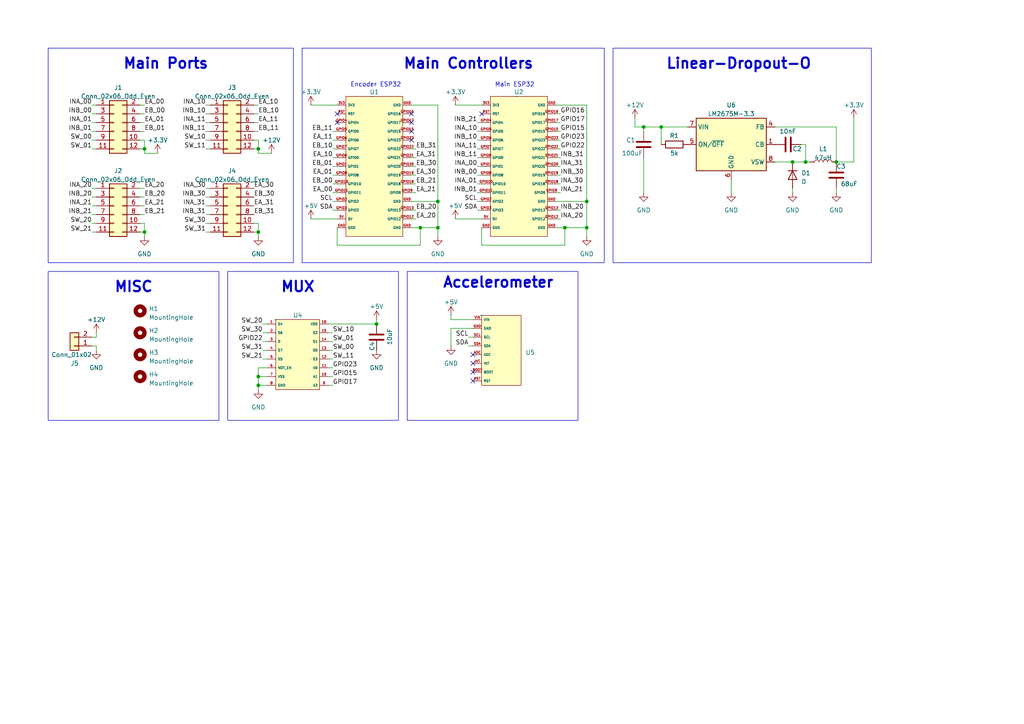
<source format=kicad_sch>
(kicad_sch (version 20230121) (generator eeschema)
  (paper "A4")
  (lib_symbols
    (symbol "Adafruit_ESP32:ESP32-C6"
      (property "Reference" "U" (at 0 2.54 0))
      (symbol "ESP32-C6_0_1"
        (rectangle (start -7.62 0) (end 8.89 -40.64) (fill (type background)))
      )
      (symbol "ESP32-C6_1_1"
        (pin bidirectional line (at -10.16 -2.54 0) (length 2.54) (name "3V3") (number "3V3"))
        (pin bidirectional line (at -10.16 -35.56 0) (length 2.54) (name "5V") (number "5V"))
        (pin bidirectional line (at -10.16 -38.1 0) (length 2.54) (name "GND") (number "GND"))
        (pin bidirectional line (at 11.43 -38.1 180) (length 2.54) (name "GND") (number "GND"))
        (pin bidirectional line (at 11.43 -30.48 180) (length 2.54) (name "GND") (number "GND"))
        (pin bidirectional line (at 11.43 -2.54 180) (length 2.54) (name "GND") (number "GND"))
        (pin bidirectional line (at -10.16 -17.78 0) (length 2.54) (name "GPIO0") (number "GPIO0"))
        (pin bidirectional line (at -10.16 -20.32 0) (length 2.54) (name "GPIO1") (number "GPIO1"))
        (pin bidirectional line (at -10.16 -25.4 0) (length 2.54) (name "GPIO10") (number "GPIO10"))
        (pin bidirectional line (at -10.16 -27.94 0) (length 2.54) (name "GPIO11") (number "GPIO11"))
        (pin bidirectional line (at 11.43 -35.56 180) (length 2.54) (name "GPIO12") (number "GPIO12"))
        (pin bidirectional line (at 11.43 -33.02 180) (length 2.54) (name "GPIO13") (number "GPIO13"))
        (pin bidirectional line (at 11.43 -10.16 180) (length 2.54) (name "GPIO15") (number "GPIO15"))
        (pin bidirectional line (at 11.43 -5.08 180) (length 2.54) (name "GPIO16") (number "GPIO16"))
        (pin bidirectional line (at 11.43 -7.62 180) (length 2.54) (name "GPIO17") (number "GPIO17"))
        (pin bidirectional line (at 11.43 -25.4 180) (length 2.54) (name "GPIO18") (number "GPIO18"))
        (pin bidirectional line (at 11.43 -22.86 180) (length 2.54) (name "GPIO19") (number "GPIO19"))
        (pin bidirectional line (at -10.16 -30.48 0) (length 2.54) (name "GPIO2") (number "GPIO2"))
        (pin bidirectional line (at 11.43 -20.32 180) (length 2.54) (name "GPIO20") (number "GPIO20"))
        (pin bidirectional line (at 11.43 -17.78 180) (length 2.54) (name "GPIO21") (number "GPIO21"))
        (pin bidirectional line (at 11.43 -15.24 180) (length 2.54) (name "GPIO22") (number "GPIO22"))
        (pin bidirectional line (at 11.43 -12.7 180) (length 2.54) (name "GPIO23") (number "GPIO23"))
        (pin bidirectional line (at -10.16 -33.02 0) (length 2.54) (name "GPIO3") (number "GPIO3"))
        (pin bidirectional line (at -10.16 -7.62 0) (length 2.54) (name "GPIO4") (number "GPIO4"))
        (pin bidirectional line (at -10.16 -10.16 0) (length 2.54) (name "GPIO5") (number "GPIO5"))
        (pin bidirectional line (at -10.16 -12.7 0) (length 2.54) (name "GPIO6") (number "GPIO6"))
        (pin bidirectional line (at -10.16 -15.24 0) (length 2.54) (name "GPIO7") (number "GPIO7"))
        (pin bidirectional line (at -10.16 -22.86 0) (length 2.54) (name "GPIO8") (number "GPIO8"))
        (pin bidirectional line (at 11.43 -27.94 180) (length 2.54) (name "GPIO9") (number "GPIO9"))
        (pin bidirectional line (at -10.16 -5.08 0) (length 2.54) (name "RST") (number "RST"))
      )
    )
    (symbol "Adafruit_Files:BNO055"
      (property "Reference" "U" (at 0 2.54 0))
      (symbol "BNO055_0_1"
        (rectangle (start 0 0) (end 11.43 -20.32) (fill (type background)))
      )
      (symbol "BNO055_1_1"
        (pin bidirectional line (at -2.54 -11.43 0) (length 2.54) (name "ADC") (number "ADC"))
        (pin bidirectional line (at -2.54 -16.51 0) (length 2.54) (name "BOOT") (number "BOOT"))
        (pin bidirectional line (at -2.54 -3.81 0) (length 2.54) (name "GND") (number "GND"))
        (pin bidirectional line (at -2.54 -13.97 0) (length 2.54) (name "INT") (number "INT"))
        (pin bidirectional line (at -2.54 -19.05 0) (length 2.54) (name "RST") (number "RST"))
        (pin bidirectional line (at -2.54 -6.35 0) (length 2.54) (name "SCL") (number "SCL"))
        (pin bidirectional line (at -2.54 -8.89 0) (length 2.54) (name "SDA") (number "SDA"))
        (pin bidirectional line (at -2.54 -1.27 0) (length 2.54) (name "VIN") (number "VIN"))
      )
    )
    (symbol "Connector_Generic:Conn_01x02" (pin_names (offset 1.016) hide)
      (property "Reference" "J" (at 0 2.54 0))
      (property "Value" "Conn_01x02" (at 0 -5.08 0))
      (symbol "Conn_01x02_1_1"
        (rectangle (start -1.27 -2.413) (end 0 -2.667) (stroke (width 0.1524)))
        (rectangle (start -1.27 0.127) (end 0 -0.127) (stroke (width 0.1524)))
        (rectangle (start -1.27 1.27) (end 1.27 -3.81) (stroke (width 0.254)) (fill (type background)))
        (pin passive line (at -5.08 0 0) (length 3.81) (name "Pin_1") (number "1"))
        (pin passive line (at -5.08 -2.54 0) (length 3.81) (name "Pin_2") (number "2"))
      )
    )
    (symbol "Connector_Generic:Conn_02x06_Odd_Even" (pin_names (offset 1.016) hide)
      (property "Reference" "J" (at 1.27 7.62 0))
      (property "Value" "Conn_02x06_Odd_Even" (at 1.27 -10.16 0))
      (symbol "Conn_02x06_Odd_Even_1_1"
        (rectangle (start -1.27 -7.493) (end 0 -7.747) (stroke (width 0.1524)))
        (rectangle (start -1.27 -4.953) (end 0 -5.207) (stroke (width 0.1524)))
        (rectangle (start -1.27 -2.413) (end 0 -2.667) (stroke (width 0.1524)))
        (rectangle (start -1.27 0.127) (end 0 -0.127) (stroke (width 0.1524)))
        (rectangle (start -1.27 2.667) (end 0 2.413) (stroke (width 0.1524)))
        (rectangle (start -1.27 5.207) (end 0 4.953) (stroke (width 0.1524)))
        (rectangle (start -1.27 6.35) (end 3.81 -8.89) (stroke (width 0.254)) (fill (type background)))
        (rectangle (start 3.81 -7.493) (end 2.54 -7.747) (stroke (width 0.1524)))
        (rectangle (start 3.81 -4.953) (end 2.54 -5.207) (stroke (width 0.1524)))
        (rectangle (start 3.81 -2.413) (end 2.54 -2.667) (stroke (width 0.1524)))
        (rectangle (start 3.81 0.127) (end 2.54 -0.127) (stroke (width 0.1524)))
        (rectangle (start 3.81 2.667) (end 2.54 2.413) (stroke (width 0.1524)))
        (rectangle (start 3.81 5.207) (end 2.54 4.953) (stroke (width 0.1524)))
        (pin passive line (at -5.08 5.08 0) (length 3.81) (name "Pin_1") (number "1"))
        (pin passive line (at 7.62 -5.08 180) (length 3.81) (name "Pin_10") (number "10"))
        (pin passive line (at -5.08 -7.62 0) (length 3.81) (name "Pin_11") (number "11"))
        (pin passive line (at 7.62 -7.62 180) (length 3.81) (name "Pin_12") (number "12"))
        (pin passive line (at 7.62 5.08 180) (length 3.81) (name "Pin_2") (number "2"))
        (pin passive line (at -5.08 2.54 0) (length 3.81) (name "Pin_3") (number "3"))
        (pin passive line (at 7.62 2.54 180) (length 3.81) (name "Pin_4") (number "4"))
        (pin passive line (at -5.08 0 0) (length 3.81) (name "Pin_5") (number "5"))
        (pin passive line (at 7.62 0 180) (length 3.81) (name "Pin_6") (number "6"))
        (pin passive line (at -5.08 -2.54 0) (length 3.81) (name "Pin_7") (number "7"))
        (pin passive line (at 7.62 -2.54 180) (length 3.81) (name "Pin_8") (number "8"))
        (pin passive line (at -5.08 -5.08 0) (length 3.81) (name "Pin_9") (number "9"))
      )
    )
    (symbol "Device:C" (pin_numbers hide) (pin_names (offset 0.254))
      (property "Reference" "C" (at 0.635 2.54 0))
      (property "Value" "C" (at 0.635 -2.54 0))
      (symbol "C_0_1"
        (polyline (pts (xy -2.032 -0.762) (xy 2.032 -0.762)) (stroke (width 0.508)))
        (polyline (pts (xy -2.032 0.762) (xy 2.032 0.762)) (stroke (width 0.508)))
      )
      (symbol "C_1_1"
        (pin passive line (at 0 3.81 270) (length 2.794) (name "~") (number "1"))
        (pin passive line (at 0 -3.81 90) (length 2.794) (name "~") (number "2"))
      )
    )
    (symbol "Device:D" (pin_numbers hide) (pin_names (offset 1.016) hide)
      (property "Reference" "D" (at 0 2.54 0))
      (property "Value" "D" (at 0 -2.54 0))
      (symbol "D_0_1"
        (polyline (pts (xy -1.27 1.27) (xy -1.27 -1.27)) (stroke (width 0.254)))
        (polyline (pts (xy 1.27 0) (xy -1.27 0)))
        (polyline (pts (xy 1.27 1.27) (xy 1.27 -1.27) (xy -1.27 0) (xy 1.27 1.27)) (stroke (width 0.254)))
      )
      (symbol "D_1_1"
        (pin passive line (at -3.81 0 0) (length 2.54) (name "K") (number "1"))
        (pin passive line (at 3.81 0 180) (length 2.54) (name "A") (number "2"))
      )
    )
    (symbol "Device:L" (pin_numbers hide) (pin_names (offset 1.016) hide)
      (property "Reference" "L" (at -1.27 0 90))
      (property "Value" "L" (at 1.905 0 90))
      (symbol "L_0_1"
        (arc (start 0 -2.54) (mid 0.6323 -1.905) (end 0 -1.27))
        (arc (start 0 -1.27) (mid 0.6323 -0.635) (end 0 0))
        (arc (start 0 0) (mid 0.6323 0.635) (end 0 1.27))
        (arc (start 0 1.27) (mid 0.6323 1.905) (end 0 2.54))
      )
      (symbol "L_1_1"
        (pin passive line (at 0 3.81 270) (length 1.27) (name "1") (number "1"))
        (pin passive line (at 0 -3.81 90) (length 1.27) (name "2") (number "2"))
      )
    )
    (symbol "Device:R" (pin_numbers hide) (pin_names (offset 0))
      (property "Reference" "R" (at 2.032 0 90))
      (property "Value" "R" (at 0 0 90))
      (symbol "R_0_1"
        (rectangle (start -1.016 -2.54) (end 1.016 2.54) (stroke (width 0.254)))
      )
      (symbol "R_1_1"
        (pin passive line (at 0 3.81 270) (length 1.27) (name "~") (number "1"))
        (pin passive line (at 0 -3.81 90) (length 1.27) (name "~") (number "2"))
      )
    )
    (symbol "Mechanical:MountingHole" (pin_names (offset 1.016))
      (property "Reference" "H" (at 0 5.08 0))
      (property "Value" "MountingHole" (at 0 3.175 0))
      (symbol "MountingHole_0_1"
        (circle (center 0 0) (radius 1.27) (stroke (width 1.27)))
      )
    )
    (symbol "Misc:TMUX4051PWR"
      (property "Reference" "U" (at 0 1.27 0))
      (symbol "TMUX4051PWR_0_1"
        (rectangle (start 0 0) (end 12.7 -20.32) (fill (type background)))
        (rectangle (start 10.16 -11.43) (end 10.16 -11.43))
      )
      (symbol "TMUX4051PWR_1_1"
        (pin bidirectional line (at -2.54 -1.27 0) (length 2.54) (name "S4") (number "1"))
        (pin bidirectional line (at 15.24 -16.51 180) (length 2.54) (name "A1") (number "10"))
        (pin bidirectional line (at 15.24 -13.97 180) (length 2.54) (name "A0") (number "11"))
        (pin bidirectional line (at 15.24 -11.43 180) (length 2.54) (name "S3") (number "12"))
        (pin bidirectional line (at 15.24 -8.89 180) (length 2.54) (name "S0") (number "13"))
        (pin bidirectional line (at 15.24 -6.35 180) (length 2.54) (name "S1") (number "14"))
        (pin bidirectional line (at 15.24 -3.81 180) (length 2.54) (name "S2") (number "15"))
        (pin bidirectional line (at 15.24 -1.27 180) (length 2.54) (name "VDD") (number "16"))
        (pin bidirectional line (at -2.54 -3.81 0) (length 2.54) (name "S6") (number "2"))
        (pin bidirectional line (at -2.54 -6.35 0) (length 2.54) (name "D") (number "3"))
        (pin bidirectional line (at -2.54 -8.89 0) (length 2.54) (name "S7") (number "4"))
        (pin bidirectional line (at -2.54 -11.43 0) (length 2.54) (name "S5") (number "5"))
        (pin bidirectional line (at -2.54 -13.97 0) (length 2.54) (name "NOT_EN") (number "6"))
        (pin bidirectional line (at -2.54 -16.51 0) (length 2.54) (name "VSS") (number "7"))
        (pin bidirectional line (at -2.54 -19.05 0) (length 2.54) (name "GND") (number "8"))
        (pin bidirectional line (at 15.24 -19.05 180) (length 2.54) (name "A2") (number "9"))
      )
    )
    (symbol "Regulator_Switching:LM2675M-3.3"
      (property "Reference" "U" (at -10.16 8.89 0))
      (property "Value" "LM2675M-3.3" (at 0 8.89 0))
      (symbol "LM2675M-3.3_0_1"
        (rectangle (start -10.16 7.62) (end 10.16 -7.62) (stroke (width 0.254)) (fill (type background)))
      )
      (symbol "LM2675M-3.3_1_1"
        (pin input line (at 12.7 0 180) (length 2.54) (name "CB") (number "1"))
        (pin no_connect line (at -10.16 -2.54 0) (length 2.54) hide (name "NC") (number "2"))
        (pin no_connect line (at -10.16 -5.08 0) (length 2.54) hide (name "NC") (number "3"))
        (pin input line (at 12.7 5.08 180) (length 2.54) (name "FB") (number "4"))
        (pin input line (at -12.7 0 0) (length 2.54) (name "ON/~{OFF}") (number "5"))
        (pin power_in line (at 0 -10.16 90) (length 2.54) (name "GND") (number "6"))
        (pin power_in line (at -12.7 5.08 0) (length 2.54) (name "VIN") (number "7"))
        (pin output line (at 12.7 -5.08 180) (length 2.54) (name "VSW") (number "8"))
      )
    )
    (symbol "power:+12V" (power) (pin_names (offset 0))
      (property "Value" "+12V" (at 0 3.556 0))
      (symbol "+12V_0_1"
        (polyline (pts (xy -0.762 1.27) (xy 0 2.54)))
        (polyline (pts (xy 0 0) (xy 0 2.54)))
        (polyline (pts (xy 0 2.54) (xy 0.762 1.27)))
      )
      (symbol "+12V_1_1"
        (pin power_in line (at 0 0 90) (length 0) hide (name "+12V") (number "1"))
      )
    )
    (symbol "power:+3.3V" (power) (pin_names (offset 0))
      (property "Value" "+3.3V" (at 0 3.556 0))
      (symbol "+3.3V_0_1"
        (polyline (pts (xy -0.762 1.27) (xy 0 2.54)))
        (polyline (pts (xy 0 0) (xy 0 2.54)))
        (polyline (pts (xy 0 2.54) (xy 0.762 1.27)))
      )
      (symbol "+3.3V_1_1"
        (pin power_in line (at 0 0 90) (length 0) hide (name "+3.3V") (number "1"))
      )
    )
    (symbol "power:+5V" (power) (pin_names (offset 0))
      (property "Value" "+5V" (at 0 3.556 0))
      (symbol "+5V_0_1"
        (polyline (pts (xy -0.762 1.27) (xy 0 2.54)))
        (polyline (pts (xy 0 0) (xy 0 2.54)))
        (polyline (pts (xy 0 2.54) (xy 0.762 1.27)))
      )
      (symbol "+5V_1_1"
        (pin power_in line (at 0 0 90) (length 0) hide (name "+5V") (number "1"))
      )
    )
    (symbol "power:GND" (power) (pin_names (offset 0))
      (property "Value" "GND" (at 0 -3.81 0))
      (symbol "GND_0_1"
        (polyline (pts (xy 0 0) (xy 0 -1.27) (xy 1.27 -1.27) (xy 0 -2.54) (xy -1.27 -1.27) (xy 0 -1.27)))
      )
      (symbol "GND_1_1"
        (pin power_in line (at 0 0 270) (length 0) hide (name "GND") (number "1"))
      )
    )
  )
  (junction (at 74.93 43.18))
  (junction (at 41.91 67.31))
  (junction (at 170.18 66.04))
  (junction (at 233.68 46.99))
  (junction (at 127 66.04))
  (junction (at 229.87 46.99))
  (junction (at 41.91 43.18))
  (junction (at 191.77 36.83))
  (junction (at 170.18 58.42))
  (junction (at 186.69 36.83))
  (junction (at 242.57 46.99))
  (junction (at 109.22 93.98))
  (junction (at 121.92 66.04))
  (junction (at 74.93 67.31))
  (junction (at 127 58.42))
  (junction (at 74.93 109.22))
  (junction (at 163.83 66.04))
  (junction (at 74.93 111.76))
  (no_connect (at 97.79 33.02))
  (no_connect (at 137.16 102.87))
  (no_connect (at 137.16 110.49))
  (no_connect (at 139.7 33.02))
  (no_connect (at 137.16 105.41))
  (no_connect (at 119.38 38.1))
  (no_connect (at 119.38 33.02))
  (no_connect (at 97.79 35.56))
  (no_connect (at 137.16 107.95))
  (no_connect (at 119.38 35.56))
  (no_connect (at 119.38 40.64))
  (wire (pts (xy 73.66 43.18) (xy 74.93 43.18)))
  (wire (pts (xy 127 68.58) (xy 127 66.04)))
  (wire (pts (xy 163.83 66.04) (xy 170.18 66.04)))
  (wire (pts (xy 139.7 71.12) (xy 163.83 71.12)))
  (wire (pts (xy 97.79 71.12) (xy 121.92 71.12)))
  (wire (pts (xy 191.77 36.83) (xy 199.39 36.83)))
  (wire (pts (xy 138.43 38.1) (xy 139.7 38.1)))
  (wire (pts (xy 96.52 38.1) (xy 97.79 38.1)))
  (wire (pts (xy 138.43 53.34) (xy 139.7 53.34)))
  (wire (pts (xy 138.43 55.88) (xy 139.7 55.88)))
  (wire (pts (xy 96.52 96.52) (xy 95.25 96.52)))
  (wire (pts (xy 138.43 48.26) (xy 139.7 48.26)))
  (wire (pts (xy 162.56 33.02) (xy 161.29 33.02)))
  (wire (pts (xy 247.65 46.99) (xy 242.57 46.99)))
  (wire (pts (xy 161.29 66.04) (xy 163.83 66.04)))
  (wire (pts (xy 138.43 43.18) (xy 139.7 43.18)))
  (wire (pts (xy 120.65 60.96) (xy 119.38 60.96)))
  (wire (pts (xy 74.93 35.56) (xy 73.66 35.56)))
  (wire (pts (xy 96.52 109.22) (xy 95.25 109.22)))
  (wire (pts (xy 127 66.04) (xy 127 58.42)))
  (wire (pts (xy 138.43 35.56) (xy 139.7 35.56)))
  (wire (pts (xy 96.52 99.06) (xy 95.25 99.06)))
  (wire (pts (xy 74.93 40.64) (xy 74.93 43.18)))
  (wire (pts (xy 232.41 41.91) (xy 233.68 41.91)))
  (wire (pts (xy 120.65 45.72) (xy 119.38 45.72)))
  (wire (pts (xy 41.91 59.69) (xy 40.64 59.69)))
  (wire (pts (xy 26.67 54.61) (xy 27.94 54.61)))
  (wire (pts (xy 96.52 48.26) (xy 97.79 48.26)))
  (wire (pts (xy 73.66 64.77) (xy 74.93 64.77)))
  (wire (pts (xy 109.22 92.71) (xy 109.22 93.98)))
  (wire (pts (xy 26.67 59.69) (xy 27.94 59.69)))
  (wire (pts (xy 162.56 60.96) (xy 161.29 60.96)))
  (wire (pts (xy 191.77 36.83) (xy 191.77 41.91)))
  (wire (pts (xy 59.69 38.1) (xy 60.96 38.1)))
  (wire (pts (xy 41.91 44.45) (xy 41.91 43.18)))
  (wire (pts (xy 59.69 54.61) (xy 60.96 54.61)))
  (wire (pts (xy 90.17 63.5) (xy 97.79 63.5)))
  (wire (pts (xy 26.67 67.31) (xy 27.94 67.31)))
  (wire (pts (xy 224.79 46.99) (xy 229.87 46.99)))
  (wire (pts (xy 135.89 97.79) (xy 137.16 97.79)))
  (wire (pts (xy 229.87 55.88) (xy 229.87 54.61)))
  (wire (pts (xy 224.79 36.83) (xy 242.57 36.83)))
  (wire (pts (xy 74.93 109.22) (xy 77.47 109.22)))
  (wire (pts (xy 119.38 66.04) (xy 121.92 66.04)))
  (wire (pts (xy 26.67 64.77) (xy 27.94 64.77)))
  (wire (pts (xy 242.57 46.99) (xy 242.57 36.83)))
  (wire (pts (xy 162.56 48.26) (xy 161.29 48.26)))
  (wire (pts (xy 162.56 63.5) (xy 161.29 63.5)))
  (wire (pts (xy 41.91 43.18) (xy 40.64 43.18)))
  (wire (pts (xy 120.65 48.26) (xy 119.38 48.26)))
  (wire (pts (xy 41.91 64.77) (xy 40.64 64.77)))
  (wire (pts (xy 96.52 45.72) (xy 97.79 45.72)))
  (wire (pts (xy 186.69 55.88) (xy 186.69 45.72)))
  (wire (pts (xy 26.67 43.18) (xy 27.94 43.18)))
  (wire (pts (xy 97.79 66.04) (xy 97.79 71.12)))
  (wire (pts (xy 162.56 45.72) (xy 161.29 45.72)))
  (wire (pts (xy 27.94 97.79) (xy 27.94 96.52)))
  (wire (pts (xy 161.29 58.42) (xy 170.18 58.42)))
  (wire (pts (xy 184.15 36.83) (xy 184.15 34.29)))
  (wire (pts (xy 229.87 46.99) (xy 233.68 46.99)))
  (wire (pts (xy 96.52 106.68) (xy 95.25 106.68)))
  (wire (pts (xy 74.93 30.48) (xy 73.66 30.48)))
  (wire (pts (xy 162.56 40.64) (xy 161.29 40.64)))
  (wire (pts (xy 138.43 45.72) (xy 139.7 45.72)))
  (wire (pts (xy 26.67 38.1) (xy 27.94 38.1)))
  (wire (pts (xy 163.83 71.12) (xy 163.83 66.04)))
  (wire (pts (xy 74.93 40.64) (xy 73.66 40.64)))
  (wire (pts (xy 233.68 46.99) (xy 234.95 46.99)))
  (wire (pts (xy 120.65 50.8) (xy 119.38 50.8)))
  (wire (pts (xy 95.25 93.98) (xy 109.22 93.98)))
  (wire (pts (xy 162.56 53.34) (xy 161.29 53.34)))
  (wire (pts (xy 137.16 92.71) (xy 130.81 92.71)))
  (wire (pts (xy 59.69 64.77) (xy 60.96 64.77)))
  (wire (pts (xy 74.93 44.45) (xy 74.93 43.18)))
  (wire (pts (xy 96.52 50.8) (xy 97.79 50.8)))
  (wire (pts (xy 162.56 35.56) (xy 161.29 35.56)))
  (wire (pts (xy 127 58.42) (xy 127 30.48)))
  (wire (pts (xy 41.91 33.02) (xy 40.64 33.02)))
  (wire (pts (xy 135.89 100.33) (xy 137.16 100.33)))
  (wire (pts (xy 41.91 30.48) (xy 40.64 30.48)))
  (wire (pts (xy 186.69 36.83) (xy 186.69 38.1)))
  (wire (pts (xy 90.17 30.48) (xy 97.79 30.48)))
  (wire (pts (xy 41.91 35.56) (xy 40.64 35.56)))
  (wire (pts (xy 26.67 40.64) (xy 27.94 40.64)))
  (wire (pts (xy 59.69 59.69) (xy 60.96 59.69)))
  (wire (pts (xy 120.65 55.88) (xy 119.38 55.88)))
  (wire (pts (xy 212.09 55.88) (xy 212.09 52.07)))
  (wire (pts (xy 59.69 33.02) (xy 60.96 33.02)))
  (wire (pts (xy 186.69 36.83) (xy 191.77 36.83)))
  (wire (pts (xy 41.91 57.15) (xy 40.64 57.15)))
  (wire (pts (xy 139.7 66.04) (xy 139.7 71.12)))
  (wire (pts (xy 26.67 33.02) (xy 27.94 33.02)))
  (wire (pts (xy 26.67 35.56) (xy 27.94 35.56)))
  (wire (pts (xy 77.47 106.68) (xy 74.93 106.68)))
  (wire (pts (xy 76.2 96.52) (xy 77.47 96.52)))
  (wire (pts (xy 78.74 44.45) (xy 74.93 44.45)))
  (wire (pts (xy 59.69 30.48) (xy 60.96 30.48)))
  (wire (pts (xy 26.67 30.48) (xy 27.94 30.48)))
  (wire (pts (xy 96.52 101.6) (xy 95.25 101.6)))
  (wire (pts (xy 41.91 64.77) (xy 41.91 67.31)))
  (wire (pts (xy 59.69 67.31) (xy 60.96 67.31)))
  (wire (pts (xy 170.18 66.04) (xy 170.18 58.42)))
  (wire (pts (xy 170.18 58.42) (xy 170.18 30.48)))
  (wire (pts (xy 26.67 62.23) (xy 27.94 62.23)))
  (wire (pts (xy 130.81 92.71) (xy 130.81 91.44)))
  (wire (pts (xy 121.92 66.04) (xy 127 66.04)))
  (wire (pts (xy 96.52 60.96) (xy 97.79 60.96)))
  (wire (pts (xy 138.43 60.96) (xy 139.7 60.96)))
  (wire (pts (xy 41.91 62.23) (xy 40.64 62.23)))
  (wire (pts (xy 233.68 41.91) (xy 233.68 46.99)))
  (wire (pts (xy 59.69 57.15) (xy 60.96 57.15)))
  (wire (pts (xy 184.15 36.83) (xy 186.69 36.83)))
  (wire (pts (xy 120.65 43.18) (xy 119.38 43.18)))
  (wire (pts (xy 74.93 68.58) (xy 74.93 67.31)))
  (wire (pts (xy 120.65 53.34) (xy 119.38 53.34)))
  (wire (pts (xy 162.56 43.18) (xy 161.29 43.18)))
  (wire (pts (xy 138.43 40.64) (xy 139.7 40.64)))
  (wire (pts (xy 45.72 44.45) (xy 41.91 44.45)))
  (wire (pts (xy 76.2 101.6) (xy 77.47 101.6)))
  (wire (pts (xy 59.69 40.64) (xy 60.96 40.64)))
  (wire (pts (xy 76.2 93.98) (xy 77.47 93.98)))
  (wire (pts (xy 41.91 68.58) (xy 41.91 67.31)))
  (wire (pts (xy 130.81 95.25) (xy 130.81 100.33)))
  (wire (pts (xy 96.52 40.64) (xy 97.79 40.64)))
  (wire (pts (xy 26.67 100.33) (xy 27.94 100.33)))
  (wire (pts (xy 74.93 113.03) (xy 74.93 111.76)))
  (wire (pts (xy 162.56 55.88) (xy 161.29 55.88)))
  (wire (pts (xy 242.57 55.88) (xy 242.57 54.61)))
  (wire (pts (xy 74.93 106.68) (xy 74.93 109.22)))
  (wire (pts (xy 162.56 50.8) (xy 161.29 50.8)))
  (wire (pts (xy 59.69 43.18) (xy 60.96 43.18)))
  (wire (pts (xy 132.08 30.48) (xy 139.7 30.48)))
  (wire (pts (xy 76.2 99.06) (xy 77.47 99.06)))
  (wire (pts (xy 96.52 43.18) (xy 97.79 43.18)))
  (wire (pts (xy 74.93 111.76) (xy 77.47 111.76)))
  (wire (pts (xy 96.52 58.42) (xy 97.79 58.42)))
  (wire (pts (xy 137.16 95.25) (xy 130.81 95.25)))
  (wire (pts (xy 41.91 40.64) (xy 40.64 40.64)))
  (wire (pts (xy 26.67 57.15) (xy 27.94 57.15)))
  (wire (pts (xy 41.91 40.64) (xy 41.91 43.18)))
  (wire (pts (xy 41.91 54.61) (xy 40.64 54.61)))
  (wire (pts (xy 127 30.48) (xy 119.38 30.48)))
  (wire (pts (xy 59.69 62.23) (xy 60.96 62.23)))
  (wire (pts (xy 74.93 109.22) (xy 74.93 111.76)))
  (wire (pts (xy 170.18 30.48) (xy 161.29 30.48)))
  (wire (pts (xy 120.65 63.5) (xy 119.38 63.5)))
  (wire (pts (xy 41.91 38.1) (xy 40.64 38.1)))
  (wire (pts (xy 41.91 67.31) (xy 40.64 67.31)))
  (wire (pts (xy 74.93 38.1) (xy 73.66 38.1)))
  (wire (pts (xy 247.65 34.29) (xy 247.65 46.99)))
  (wire (pts (xy 132.08 63.5) (xy 139.7 63.5)))
  (wire (pts (xy 76.2 104.14) (xy 77.47 104.14)))
  (wire (pts (xy 170.18 68.58) (xy 170.18 66.04)))
  (wire (pts (xy 96.52 55.88) (xy 97.79 55.88)))
  (wire (pts (xy 121.92 71.12) (xy 121.92 66.04)))
  (wire (pts (xy 96.52 53.34) (xy 97.79 53.34)))
  (wire (pts (xy 138.43 58.42) (xy 139.7 58.42)))
  (wire (pts (xy 138.43 50.8) (xy 139.7 50.8)))
  (wire (pts (xy 73.66 67.31) (xy 74.93 67.31)))
  (wire (pts (xy 74.93 64.77) (xy 74.93 67.31)))
  (wire (pts (xy 96.52 104.14) (xy 95.25 104.14)))
  (wire (pts (xy 26.67 97.79) (xy 27.94 97.79)))
  (wire (pts (xy 162.56 38.1) (xy 161.29 38.1)))
  (wire (pts (xy 59.69 35.56) (xy 60.96 35.56)))
  (wire (pts (xy 96.52 111.76) (xy 95.25 111.76)))
  (wire (pts (xy 74.93 33.02) (xy 73.66 33.02)))
  (wire (pts (xy 119.38 58.42) (xy 127 58.42)))
  (wire (pts (xy 27.94 100.33) (xy 27.94 101.6)))
  (rectangle (start 66.04 78.74) (end 115.57 121.92))
  (rectangle (start 177.8 13.97) (end 252.73 76.2))
  (rectangle (start 13.97 78.74) (end 63.5 121.92))
  (rectangle (start 87.63 13.97) (end 175.26 76.2))
  (rectangle (start 13.97 13.97) (end 85.09 76.2))
  (rectangle (start 118.11 78.74) (end 167.64 121.92))
  (text "Linear-Dropout-O" (at 193.04 20.32 0) (effects (font (size 3 3) (thickness 0.6) bold) (justify left bottom)))
  (text "MISC" (at 33.02 85.09 0) (effects (font (size 3 3) (thickness 0.6) bold) (justify left bottom)))
  (text "Main Controllers\n" (at 116.84 20.32 0) (effects (font (size 3 3) (thickness 0.6) bold) (justify left bottom)))
  (text "MUX\n" (at 81.28 85.09 0) (effects (font (size 3 3) (thickness 0.6) bold) (justify left bottom)))
  (text "Accelerometer\n" (at 128.27 83.82 0) (effects (font (size 3 3) (thickness 0.6) bold) (justify left bottom)))
  (text "Encoder ESP32" (at 101.6 25.4 0) (effects (font (size 1.27 1.27)) (justify left bottom)))
  (text "Main ESP32" (at 143.51 25.4 0) (effects (font (size 1.27 1.27)) (justify left bottom)))
  (text "Main Ports\n" (at 35.56 20.32 0) (effects (font (size 3 3) (thickness 0.6) bold) (justify left bottom)))
  (label "SW_30" (at 59.69 64.77 180))
  (label "INA_01" (at 26.67 35.56 180))
  (label "EA_20" (at 120.65 63.5 0))
  (label "SW_00" (at 26.67 40.64 180))
  (label "EA_00" (at 41.91 30.48 0))
  (label "GPIO22" (at 162.56 43.18 0))
  (label "INB_31" (at 162.56 45.72 0))
  (label "EA_01" (at 41.91 35.56 0))
  (label "EB_10" (at 74.93 33.02 0))
  (label "INB_00" (at 138.43 50.8 180))
  (label "SCL" (at 96.52 58.42 180))
  (label "SW_01" (at 96.52 99.06 0))
  (label "SCL" (at 135.89 97.79 180))
  (label "INB_21" (at 26.67 62.23 180))
  (label "EA_21" (at 120.65 55.88 0))
  (label "EB_11" (at 96.52 38.1 180))
  (label "EA_31" (at 73.66 59.69 0))
  (label "INB_10" (at 138.43 40.64 180))
  (label "EB_00" (at 41.91 33.02 0))
  (label "EA_30" (at 73.66 54.61 0))
  (label "INA_00" (at 26.67 30.48 180))
  (label "INB_10" (at 59.69 33.02 180))
  (label "GPIO15" (at 162.56 38.1 0))
  (label "SDA" (at 96.52 60.96 180))
  (label "SW_31" (at 76.2 101.6 180))
  (label "GPIO17" (at 96.52 111.76 0))
  (label "EB_20" (at 41.91 57.15 0))
  (label "GPIO15" (at 96.52 109.22 0))
  (label "INA_10" (at 138.43 38.1 180))
  (label "EB_31" (at 73.66 62.23 0))
  (label "INB_20" (at 162.56 60.96 0))
  (label "GPIO23" (at 162.56 40.64 0))
  (label "SW_30" (at 76.2 96.52 180))
  (label "INA_11" (at 138.43 43.18 180))
  (label "INB_21" (at 138.43 35.56 180))
  (label "INB_30" (at 162.56 50.8 0))
  (label "INB_11" (at 138.43 45.72 180))
  (label "SDA" (at 135.89 100.33 180))
  (label "EA_30" (at 120.65 50.8 0))
  (label "INB_00" (at 26.67 33.02 180))
  (label "INA_31" (at 162.56 48.26 0))
  (label "EA_10" (at 96.52 45.72 180))
  (label "EA_21" (at 41.91 59.69 0))
  (label "SDA" (at 138.43 60.96 180))
  (label "INA_31" (at 59.69 59.69 180))
  (label "INA_00" (at 138.43 48.26 180))
  (label "INB_20" (at 26.67 57.15 180))
  (label "SW_11" (at 96.52 104.14 0))
  (label "SW_10" (at 96.52 96.52 0))
  (label "SW_31" (at 59.69 67.31 180))
  (label "EB_21" (at 41.91 62.23 0))
  (label "EA_11" (at 96.52 40.64 180))
  (label "INB_01" (at 138.43 55.88 180))
  (label "EB_31" (at 120.65 43.18 0))
  (label "EB_01" (at 41.91 38.1 0))
  (label "SW_20" (at 76.2 93.98 180))
  (label "INA_30" (at 59.69 54.61 180))
  (label "SW_21" (at 26.67 67.31 180))
  (label "SW_20" (at 26.67 64.77 180))
  (label "SW_10" (at 59.69 40.64 180))
  (label "EA_01" (at 96.52 50.8 180))
  (label "INA_21" (at 26.67 59.69 180))
  (label "EA_20" (at 41.91 54.61 0))
  (label "GPIO17" (at 162.56 35.56 0))
  (label "EA_10" (at 74.93 30.48 0))
  (label "INB_31" (at 59.69 62.23 180))
  (label "INB_11" (at 59.69 38.1 180))
  (label "INB_30" (at 59.69 57.15 180))
  (label "INA_20" (at 162.56 63.5 0))
  (label "EB_20" (at 120.65 60.96 0))
  (label "EB_11" (at 74.93 38.1 0))
  (label "EA_00" (at 96.52 55.88 180))
  (label "SW_11" (at 59.69 43.18 180))
  (label "EB_30" (at 120.65 48.26 0))
  (label "GPIO16" (at 162.56 33.02 0))
  (label "GPIO23" (at 96.52 106.68 0))
  (label "EB_30" (at 73.66 57.15 0))
  (label "EB_10" (at 96.52 43.18 180))
  (label "EA_31" (at 120.65 45.72 0))
  (label "INA_01" (at 138.43 53.34 180))
  (label "SW_21" (at 76.2 104.14 180))
  (label "GPIO22" (at 76.2 99.06 180))
  (label "INA_30" (at 162.56 53.34 0))
  (label "INA_20" (at 26.67 54.61 180))
  (label "INA_10" (at 59.69 30.48 180))
  (label "INA_11" (at 59.69 35.56 180))
  (label "EB_01" (at 96.52 48.26 180))
  (label "SW_01" (at 26.67 43.18 180))
  (label "EA_11" (at 74.93 35.56 0))
  (label "INB_01" (at 26.67 38.1 180))
  (label "INA_21" (at 162.56 55.88 0))
  (label "EB_21" (at 120.65 53.34 0))
  (label "EB_00" (at 96.52 53.34 180))
  (label "SCL" (at 138.43 58.42 180))
  (label "SW_00" (at 96.52 101.6 0))
  (symbol (lib_id "power:+5V") (at 132.08 63.5 0) (unit 1)
    (property "Reference" "#PWR016" (effects hide))
    (property "Value" "+5V" (at 132.08 59.69 0))
  )
  (symbol (lib_id "power:GND") (at 109.22 101.6 0) (unit 1)
    (property "Reference" "#PWR020" (effects hide))
    (property "Value" "GND" (at 109.22 106.68 0))
  )
  (symbol (lib_id "power:GND") (at 27.94 101.6 0) (unit 1)
    (property "Reference" "#PWR04" (effects hide))
    (property "Value" "GND" (at 27.94 106.68 0))
  )
  (symbol (lib_id "Device:R") (at 195.58 41.91 90) (unit 1)
    (property "Reference" "R1" (at 195.58 39.37 90))
    (property "Value" "5k" (at 195.58 44.45 90))
    (property "Footprint" "Resistor_SMD:R_0805_2012Metric" (effects hide))
  )
  (symbol (lib_id "power:+5V") (at 130.81 91.44 0) (unit 1)
    (property "Reference" "#PWR023" (effects hide))
    (property "Value" "+5V" (at 130.81 87.63 0))
  )
  (symbol (lib_id "Connector_Generic:Conn_02x06_Odd_Even") (at 33.02 35.56 0) (unit 1)
    (property "Reference" "J1" (at 34.29 25.4 0))
    (property "Value" "Conn_02x06_Odd_Even" (at 34.29 27.94 0))
    (property "Footprint" "Connector_PinHeader_2.54mm:PinHeader_2x06_P2.54mm_Vertical" (effects hide))
  )
  (symbol (lib_id "Device:D") (at 229.87 50.8 270) (unit 1)
    (property "Reference" "D1" (at 232.41 50.165 90) (effects (justify left)))
    (property "Value" "D" (at 232.41 52.705 90) (effects (justify left)))
    (property "Footprint" "Diode_SMD:D_0805_2012Metric" (effects hide))
    (property "Sim.Device" "D" (effects hide))
    (property "Sim.Pins" "1=K 2=A" (effects hide))
  )
  (symbol (lib_id "power:GND") (at 229.87 55.88 0) (unit 1)
    (property "Reference" "#PWR011" (effects hide))
    (property "Value" "GND" (at 229.87 60.96 0))
  )
  (symbol (lib_id "power:GND") (at 186.69 55.88 0) (unit 1)
    (property "Reference" "#PWR08" (effects hide))
    (property "Value" "GND" (at 186.69 60.96 0))
  )
  (symbol (lib_id "Device:C") (at 228.6 41.91 270) (unit 1)
    (property "Reference" "C2" (at 229.87 43.18 90) (effects (justify left)))
    (property "Value" "10nF" (at 226.06 38.1 90) (effects (justify left)))
    (property "Footprint" "Capacitor_SMD:C_0805_2012Metric" (effects hide))
  )
  (symbol (lib_id "Mechanical:MountingHole") (at 40.64 90.17 0) (unit 1)
    (property "Reference" "H1" (at 43.18 89.535 0) (effects (justify left)))
    (property "Value" "MountingHole" (at 43.18 92.075 0) (effects (justify left)))
    (property "Footprint" "MountingHole:MountingHole_3.2mm_M3" (effects hide))
  )
  (symbol (lib_id "power:GND") (at 212.09 55.88 0) (unit 1)
    (property "Reference" "#PWR09" (effects hide))
    (property "Value" "GND" (at 212.09 60.96 0))
  )
  (symbol (lib_id "power:GND") (at 41.91 68.58 0) (unit 1)
    (property "Reference" "#PWR01" (effects hide))
    (property "Value" "GND" (at 41.91 73.66 0))
  )
  (symbol (lib_id "power:+12V") (at 78.74 44.45 0) (unit 1)
    (property "Reference" "#PWR05" (effects hide))
    (property "Value" "+12V" (at 78.74 40.64 0))
  )
  (symbol (lib_id "Device:L") (at 238.76 46.99 90) (unit 1)
    (property "Reference" "L1" (at 238.76 43.18 90))
    (property "Value" "47uH" (at 238.76 45.72 90))
    (property "Footprint" "Inductor_SMD:L_0805_2012Metric" (effects hide))
  )
  (symbol (lib_id "power:+12V") (at 184.15 34.29 0) (unit 1)
    (property "Reference" "#PWR07" (effects hide))
    (property "Value" "+12V" (at 184.15 30.48 0))
  )
  (symbol (lib_id "power:GND") (at 130.81 100.33 0) (unit 1)
    (property "Reference" "#PWR022" (effects hide))
    (property "Value" "GND" (at 130.81 105.41 0))
  )
  (symbol (lib_id "power:+5V") (at 109.22 92.71 0) (unit 1)
    (property "Reference" "#PWR021" (effects hide))
    (property "Value" "+5V" (at 109.22 88.9 0))
  )
  (symbol (lib_id "Mechanical:MountingHole") (at 40.64 109.22 0) (unit 1)
    (property "Reference" "H4" (at 43.18 108.585 0) (effects (justify left)))
    (property "Value" "MountingHole" (at 43.18 111.125 0) (effects (justify left)))
    (property "Footprint" "MountingHole:MountingHole_3.2mm_M3" (effects hide))
  )
  (symbol (lib_id "Adafruit_ESP32:ESP32-C6") (at 149.86 27.94 0) (unit 1)
    (property "Reference" "U2" (at 150.495 26.67 0))
    (property "Value" "~" (at 149.86 27.94 0))
    (property "Footprint" "Adafruit ESPs:ESP32-C6" (effects hide))
  )
  (symbol (lib_id "power:GND") (at 170.18 68.58 0) (unit 1)
    (property "Reference" "#PWR013" (effects hide))
    (property "Value" "GND" (at 170.18 73.66 0))
  )
  (symbol (lib_id "power:GND") (at 74.93 113.03 0) (unit 1)
    (property "Reference" "#PWR019" (effects hide))
    (property "Value" "GND" (at 74.93 118.11 0))
  )
  (symbol (lib_id "Connector_Generic:Conn_01x02") (at 21.59 100.33 180) (unit 1)
    (property "Reference" "J5" (at 22.86 105.41 0) (effects (justify left)))
    (property "Value" "Conn_01x02" (at 26.67 102.87 0) (effects (justify left)))
    (property "Footprint" "Connector_PinHeader_2.54mm:PinHeader_1x02_P2.54mm_Vertical" (effects hide))
  )
  (symbol (lib_id "Connector_Generic:Conn_02x06_Odd_Even") (at 66.04 35.56 0) (unit 1)
    (property "Reference" "J3" (at 67.31 25.4 0))
    (property "Value" "Conn_02x06_Odd_Even" (at 67.31 27.94 0))
    (property "Footprint" "Connector_PinHeader_2.54mm:PinHeader_2x06_P2.54mm_Vertical" (effects hide))
  )
  (symbol (lib_id "Adafruit_ESP32:ESP32-C6") (at 107.95 27.94 0) (unit 1)
    (property "Reference" "U1" (at 108.585 26.67 0))
    (property "Value" "~" (at 107.95 27.94 0))
    (property "Footprint" "Adafruit ESPs:ESP32-C6" (effects hide))
  )
  (symbol (lib_id "Adafruit_Files:BNO055") (at 139.7 91.44 0) (unit 1)
    (property "Reference" "U5" (at 152.4 102.235 0) (effects (justify left)))
    (property "Value" "~" (at 139.7 91.44 0))
    (property "Footprint" "Adafruit_Sensors:BNO055" (effects hide))
  )
  (symbol (lib_id "Device:C") (at 186.69 41.91 0) (unit 1)
    (property "Reference" "C1" (at 181.61 40.64 0) (effects (justify left)))
    (property "Value" "100uF" (at 180.34 44.45 0) (effects (justify left)))
    (property "Footprint" "Capacitor_SMD:C_0805_2012Metric" (effects hide))
  )
  (symbol (lib_id "power:+3.3V") (at 45.72 44.45 0) (unit 1)
    (property "Reference" "#PWR02" (effects hide))
    (property "Value" "+3.3V" (at 45.72 40.64 0))
  )
  (symbol (lib_id "power:GND") (at 242.57 55.88 0) (unit 1)
    (property "Reference" "#PWR010" (effects hide))
    (property "Value" "GND" (at 242.57 60.96 0))
  )
  (symbol (lib_id "Regulator_Switching:LM2675M-3.3") (at 212.09 41.91 0) (unit 1)
    (property "Reference" "U6" (at 212.09 30.48 0))
    (property "Value" "LM2675M-3.3" (at 212.09 33.02 0))
    (property "Footprint" "Package_SO:SOIC-8_3.9x4.9mm_P1.27mm" (effects hide))
    (property "Datasheet" "http://www.ti.com/lit/ds/symlink/lm2675.pdf" (effects hide))
  )
  (symbol (lib_id "Device:C") (at 242.57 50.8 0) (unit 1)
    (property "Reference" "C3" (at 242.57 48.26 0) (effects (justify left)))
    (property "Value" "68uF" (at 243.84 53.34 0) (effects (justify left)))
    (property "Footprint" "Capacitor_SMD:C_0805_2012Metric" (effects hide))
  )
  (symbol (lib_id "Connector_Generic:Conn_02x06_Odd_Even") (at 33.02 59.69 0) (unit 1)
    (property "Reference" "J2" (at 34.29 49.53 0))
    (property "Value" "Conn_02x06_Odd_Even" (at 34.29 52.07 0))
    (property "Footprint" "Connector_PinHeader_2.54mm:PinHeader_2x06_P2.54mm_Vertical" (effects hide))
  )
  (symbol (lib_id "Mechanical:MountingHole") (at 40.64 96.52 0) (unit 1)
    (property "Reference" "H2" (at 43.18 95.885 0) (effects (justify left)))
    (property "Value" "MountingHole" (at 43.18 98.425 0) (effects (justify left)))
    (property "Footprint" "MountingHole:MountingHole_3.2mm_M3" (effects hide))
  )
  (symbol (lib_id "Mechanical:MountingHole") (at 40.64 102.87 0) (unit 1)
    (property "Reference" "H3" (at 43.18 102.235 0) (effects (justify left)))
    (property "Value" "MountingHole" (at 43.18 104.775 0) (effects (justify left)))
    (property "Footprint" "MountingHole:MountingHole_3.2mm_M3" (effects hide))
  )
  (symbol (lib_id "power:+12V") (at 27.94 96.52 0) (unit 1)
    (property "Reference" "#PWR06" (effects hide))
    (property "Value" "+12V" (at 27.94 92.71 0))
  )
  (symbol (lib_id "power:+3.3V") (at 90.17 30.48 0) (unit 1)
    (property "Reference" "#PWR017" (effects hide))
    (property "Value" "+3.3V" (at 90.17 26.67 0))
  )
  (symbol (lib_id "power:GND") (at 127 68.58 0) (unit 1)
    (property "Reference" "#PWR014" (effects hide))
    (property "Value" "GND" (at 127 73.66 0))
  )
  (symbol (lib_id "Device:C") (at 109.22 97.79 180) (unit 1)
    (property "Reference" "C4" (at 107.95 99.06 90) (effects (justify left)))
    (property "Value" "10uF" (at 113.03 95.25 90) (effects (justify left)))
    (property "Footprint" "Capacitor_SMD:C_0805_2012Metric" (effects hide))
  )
  (symbol (lib_id "power:+5V") (at 90.17 63.5 0) (unit 1)
    (property "Reference" "#PWR015" (effects hide))
    (property "Value" "+5V" (at 90.17 59.69 0))
  )
  (symbol (lib_id "Misc:TMUX4051PWR") (at 80.01 92.71 0) (unit 1)
    (property "Reference" "U4" (at 86.36 91.44 0))
    (property "Value" "~" (at 80.01 92.71 0))
    (property "Footprint" "Package_SO:TSSOP-16-1EP_4.4x5mm_P0.65mm" (effects hide))
  )
  (symbol (lib_id "Connector_Generic:Conn_02x06_Odd_Even") (at 66.04 59.69 0) (unit 1)
    (property "Reference" "J4" (at 67.31 49.53 0))
    (property "Value" "Conn_02x06_Odd_Even" (at 67.31 52.07 0))
    (property "Footprint" "Connector_PinHeader_2.54mm:PinHeader_2x06_P2.54mm_Vertical" (effects hide))
  )
  (symbol (lib_id "power:+3.3V") (at 132.08 30.48 0) (unit 1)
    (property "Reference" "#PWR018" (effects hide))
    (property "Value" "+3.3V" (at 132.08 26.67 0))
  )
  (symbol (lib_id "power:+3.3V") (at 247.65 34.29 0) (unit 1)
    (property "Reference" "#PWR012" (effects hide))
    (property "Value" "+3.3V" (at 247.65 30.48 0))
  )
  (symbol (lib_id "power:GND") (at 74.93 68.58 0) (unit 1)
    (property "Reference" "#PWR03" (effects hide))
    (property "Value" "GND" (at 74.93 73.66 0))
  )
)
</source>
